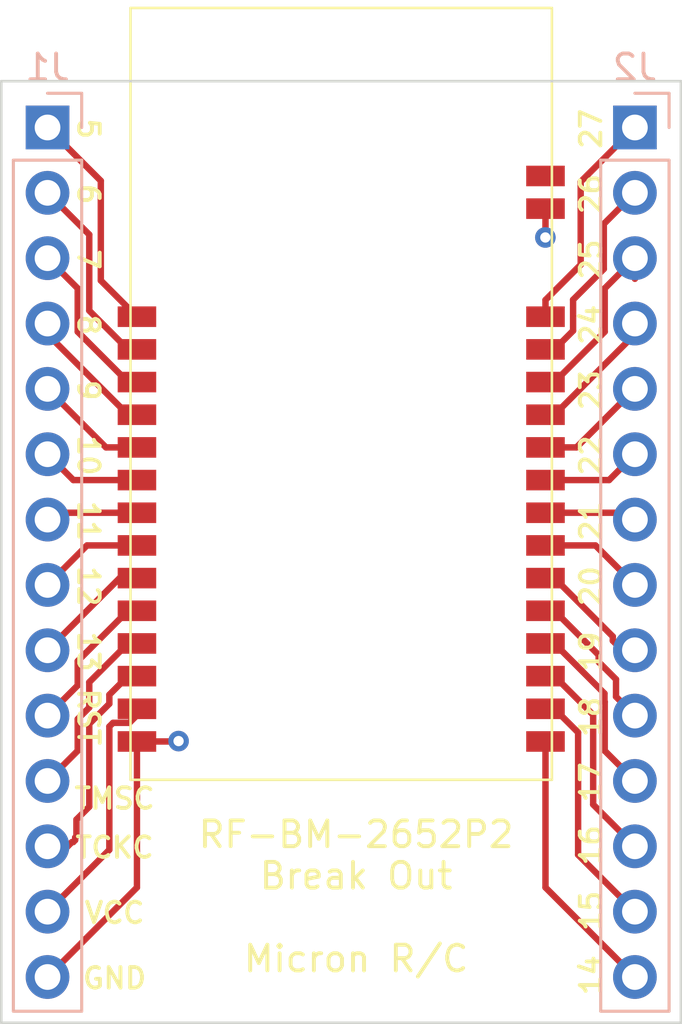
<source format=kicad_pcb>
(kicad_pcb (version 20210424) (generator pcbnew)
  (layers (0 "F.Cu" signal) (31 "B.Cu" signal) (34 "B.Paste" user) (35 "F.Paste" user) (36 "B.SilkS" user "B.Silkscreen") (37 "F.SilkS" user "F.Silkscreen") (38 "B.Mask" user) (39 "F.Mask" user) (44 "Edge.Cuts" user))
  (net 0 "")
  (net 1 "DIO_5")
  (net 2 "DIO_6")
  (net 3 "DIO_7")
  (net 4 "DIO_8")
  (net 5 "DIO_9")
  (net 6 "DIO_10")
  (net 7 "DIO_11")
  (net 8 "DIO_12")
  (net 9 "DIO_13")
  (net 10 "RESET_N")
  (net 11 "TMSC")
  (net 12 "TCKC")
  (net 13 "VCC")
  (net 14 "GND")
  (net 15 "DIO_27")
  (net 16 "DIO_26")
  (net 17 "DIO_25")
  (net 18 "DIO_24")
  (net 19 "DIO_23")
  (net 20 "DIO_22")
  (net 21 "DIO_21")
  (net 22 "DIO_20")
  (net 23 "DIO_19")
  (net 24 "DIO_18")
  (net 25 "DIO_17")
  (net 26 "DIO_16")
  (net 27 "DIO_15")
  (net 28 "DIO_14")
  (footprint "Micron:RF-BM-2652P2" (layer "F.Cu") (at 139.63 89.68)
    (fp_text reference "U1" hide)
    (fp_text value "RF-BM-2652P2" hide)
    (fp_line (start 8.2 15) (end 8.2 -15) (layer "F.SilkS") (width 0.1))
    (fp_line (start -8.2 15) (end -8.2 -15) (layer "F.SilkS") (width 0.1))
    (fp_line (start -8.2 15) (end 8.2 15) (layer "F.SilkS") (width 0.1))
    (fp_line (start -8.2 -15) (end 8.2 -15) (layer "F.SilkS") (width 0.1))
    (pad "1" smd rect (at -7.95 -3) (size 1.5 0.8) (layers "F.Cu" "F.Paste" "F.Mask") (net 1 "DIO_5"))
    (pad "2" smd rect (at -7.95 -1.73) (size 1.5 0.8) (layers "F.Cu" "F.Paste" "F.Mask") (net 2 "DIO_6"))
    (pad "3" smd rect (at -7.95 -0.46) (size 1.5 0.8) (layers "F.Cu" "F.Paste" "F.Mask") (net 3 "DIO_7"))
    (pad "4" smd rect (at -7.95 0.81) (size 1.5 0.8) (layers "F.Cu" "F.Paste" "F.Mask") (net 4 "DIO_8"))
    (pad "5" smd rect (at -7.95 2.08) (size 1.5 0.8) (layers "F.Cu" "F.Paste" "F.Mask") (net 5 "DIO_9"))
    (pad "6" smd rect (at -7.95 3.35) (size 1.5 0.8) (layers "F.Cu" "F.Paste" "F.Mask") (net 6 "DIO_10"))
    (pad "7" smd rect (at -7.95 4.62) (size 1.5 0.8) (layers "F.Cu" "F.Paste" "F.Mask") (net 7 "DIO_11"))
    (pad "8" smd rect (at -7.95 5.89) (size 1.5 0.8) (layers "F.Cu" "F.Paste" "F.Mask") (net 8 "DIO_12"))
    (pad "9" smd rect (at -7.95 7.16) (size 1.5 0.8) (layers "F.Cu" "F.Paste" "F.Mask") (net 9 "DIO_13"))
    (pad "10" smd rect (at -7.95 8.43) (size 1.5 0.8) (layers "F.Cu" "F.Paste" "F.Mask") (net 10 "RESET_N"))
    (pad "11" smd rect (at -7.95 9.7) (size 1.5 0.8) (layers "F.Cu" "F.Paste" "F.Mask") (net 11 "TMSC"))
    (pad "12" smd rect (at -7.95 10.97) (size 1.5 0.8) (layers "F.Cu" "F.Paste" "F.Mask") (net 12 "TCKC"))
    (pad "13" smd rect (at -7.95 12.24) (size 1.5 0.8) (layers "F.Cu" "F.Paste" "F.Mask") (net 13 "VCC"))
    (pad "14" smd rect (at -7.95 13.51) (size 1.5 0.8) (layers "F.Cu" "F.Paste" "F.Mask") (net 14 "GND"))
    (pad "15" smd rect (at 7.95 13.51) (size 1.5 0.8) (layers "F.Cu" "F.Paste" "F.Mask") (net 28 "DIO_14"))
    (pad "16" smd rect (at 7.95 12.24) (size 1.5 0.8) (layers "F.Cu" "F.Paste" "F.Mask") (net 27 "DIO_15"))
    (pad "17" smd rect (at 7.95 10.97) (size 1.5 0.8) (layers "F.Cu" "F.Paste" "F.Mask") (net 26 "DIO_16"))
    (pad "18" smd rect (at 7.95 9.7) (size 1.5 0.8) (layers "F.Cu" "F.Paste" "F.Mask") (net 25 "DIO_17"))
    (pad "19" smd rect (at 7.95 8.43) (size 1.5 0.8) (layers "F.Cu" "F.Paste" "F.Mask") (net 24 "DIO_18"))
    (pad "20" smd rect (at 7.95 7.16) (size 1.5 0.8) (layers "F.Cu" "F.Paste" "F.Mask") (net 23 "DIO_19"))
    (pad "21" smd rect (at 7.95 5.89) (size 1.5 0.8) (layers "F.Cu" "F.Paste" "F.Mask") (net 22 "DIO_20"))
    (pad "22" smd rect (at 7.95 4.62) (size 1.5 0.8) (layers "F.Cu" "F.Paste" "F.Mask") (net 21 "DIO_21"))
    (pad "23" smd rect (at 7.95 3.35) (size 1.5 0.8) (layers "F.Cu" "F.Paste" "F.Mask") (net 20 "DIO_22"))
    (pad "24" smd rect (at 7.95 2.08) (size 1.5 0.8) (layers "F.Cu" "F.Paste" "F.Mask") (net 19 "DIO_23"))
    (pad "25" smd rect (at 7.95 0.81) (size 1.5 0.8) (layers "F.Cu" "F.Paste" "F.Mask") (net 18 "DIO_24"))
    (pad "26" smd rect (at 7.95 -0.46) (size 1.5 0.8) (layers "F.Cu" "F.Paste" "F.Mask") (net 17 "DIO_25"))
    (pad "27" smd rect (at 7.95 -1.73) (size 1.5 0.8) (layers "F.Cu" "F.Paste" "F.Mask") (net 16 "DIO_26"))
    (pad "28" smd rect (at 7.95 -3) (size 1.5 0.8) (layers "F.Cu" "F.Paste" "F.Mask") (net 15 "DIO_27"))
    (pad "29" smd rect (at 7.95 -7.2) (size 1.5 0.8) (layers "F.Cu" "F.Paste" "F.Mask") (net 14 "GND"))
    (pad "30" smd rect (at 7.95 -8.47) (size 1.5 0.8) (layers "F.Cu" "F.Paste" "F.Mask"))
  )
  (footprint "Connector_PinHeader_2.54mm:PinHeader_1x14_P2.54mm_Vertical" (layer "B.Cu") (at 151.06 79.325 180)
    (fp_text reference "J2" (at 0 2.33) (layer "B.SilkS") (effects (justify mirror)))
    (fp_text value "Conn_01x14" hide)
    (fp_line (start -1.33 -34.35) (end 1.33 -34.35) (layer "B.SilkS") (width 0.12))
    (fp_line (start 1.33 -1.27) (end 1.33 -34.35) (layer "B.SilkS") (width 0.12))
    (fp_line (start -1.33 -1.27) (end -1.33 -34.35) (layer "B.SilkS") (width 0.12))
    (fp_line (start -1.33 -1.27) (end 1.33 -1.27) (layer "B.SilkS") (width 0.12))
    (fp_line (start -1.33 1.33) (end 0 1.33) (layer "B.SilkS") (width 0.12))
    (fp_line (start -1.33 0) (end -1.33 1.33) (layer "B.SilkS") (width 0.12))
    (pad "1" thru_hole rect locked (at 0 0 180) (size 1.7 1.7) (drill 1) (layers *.Cu *.Mask) (net 15 "DIO_27"))
    (pad "2" thru_hole oval locked (at 0 -2.54 180) (size 1.7 1.7) (drill 1) (layers *.Cu *.Mask) (net 16 "DIO_26"))
    (pad "3" thru_hole oval locked (at 0 -5.08 180) (size 1.7 1.7) (drill 1) (layers *.Cu *.Mask) (net 17 "DIO_25"))
    (pad "4" thru_hole oval locked (at 0 -7.62 180) (size 1.7 1.7) (drill 1) (layers *.Cu *.Mask) (net 18 "DIO_24"))
    (pad "5" thru_hole oval locked (at 0 -10.16 180) (size 1.7 1.7) (drill 1) (layers *.Cu *.Mask) (net 19 "DIO_23"))
    (pad "6" thru_hole oval locked (at 0 -12.7 180) (size 1.7 1.7) (drill 1) (layers *.Cu *.Mask) (net 20 "DIO_22"))
    (pad "7" thru_hole oval locked (at 0 -15.24 180) (size 1.7 1.7) (drill 1) (layers *.Cu *.Mask) (net 21 "DIO_21"))
    (pad "8" thru_hole oval locked (at 0 -17.78 180) (size 1.7 1.7) (drill 1) (layers *.Cu *.Mask) (net 22 "DIO_20"))
    (pad "9" thru_hole oval locked (at 0 -20.32 180) (size 1.7 1.7) (drill 1) (layers *.Cu *.Mask) (net 23 "DIO_19"))
    (pad "10" thru_hole oval locked (at 0 -22.86 180) (size 1.7 1.7) (drill 1) (layers *.Cu *.Mask) (net 24 "DIO_18"))
    (pad "11" thru_hole oval locked (at 0 -25.4 180) (size 1.7 1.7) (drill 1) (layers *.Cu *.Mask) (net 25 "DIO_17"))
    (pad "12" thru_hole oval locked (at 0 -27.94 180) (size 1.7 1.7) (drill 1) (layers *.Cu *.Mask) (net 26 "DIO_16"))
    (pad "13" thru_hole oval locked (at 0 -30.48 180) (size 1.7 1.7) (drill 1) (layers *.Cu *.Mask) (net 27 "DIO_15"))
    (pad "14" thru_hole oval locked (at 0 -33.02 180) (size 1.7 1.7) (drill 1) (layers *.Cu *.Mask) (net 28 "DIO_14"))
  )
  (footprint "Connector_PinHeader_2.54mm:PinHeader_1x14_P2.54mm_Vertical" (layer "B.Cu") (at 128.2 79.325 180)
    (fp_text reference "J1" (at 0 2.33) (layer "B.SilkS") (effects (justify mirror)))
    (fp_text value "Conn_01x14" hide)
    (fp_line (start -1.33 -34.35) (end 1.33 -34.35) (layer "B.SilkS") (width 0.12))
    (fp_line (start -1.33 -1.27) (end 1.33 -1.27) (layer "B.SilkS") (width 0.12))
    (fp_line (start -1.33 -1.27) (end -1.33 -34.35) (layer "B.SilkS") (width 0.12))
    (fp_line (start 1.33 -1.27) (end 1.33 -34.35) (layer "B.SilkS") (width 0.12))
    (fp_line (start -1.33 1.33) (end 0 1.33) (layer "B.SilkS") (width 0.12))
    (fp_line (start -1.33 0) (end -1.33 1.33) (layer "B.SilkS") (width 0.12))
    (pad "1" thru_hole rect locked (at 0 0 180) (size 1.7 1.7) (drill 1) (layers *.Cu *.Mask) (net 1 "DIO_5"))
    (pad "2" thru_hole oval locked (at 0 -2.54 180) (size 1.7 1.7) (drill 1) (layers *.Cu *.Mask) (net 2 "DIO_6"))
    (pad "3" thru_hole oval locked (at 0 -5.08 180) (size 1.7 1.7) (drill 1) (layers *.Cu *.Mask) (net 3 "DIO_7"))
    (pad "4" thru_hole oval locked (at 0 -7.62 180) (size 1.7 1.7) (drill 1) (layers *.Cu *.Mask) (net 4 "DIO_8"))
    (pad "5" thru_hole oval locked (at 0 -10.16 180) (size 1.7 1.7) (drill 1) (layers *.Cu *.Mask) (net 5 "DIO_9"))
    (pad "6" thru_hole oval locked (at 0 -12.7 180) (size 1.7 1.7) (drill 1) (layers *.Cu *.Mask) (net 6 "DIO_10"))
    (pad "7" thru_hole oval locked (at 0 -15.24 180) (size 1.7 1.7) (drill 1) (layers *.Cu *.Mask) (net 7 "DIO_11"))
    (pad "8" thru_hole oval locked (at 0 -17.78 180) (size 1.7 1.7) (drill 1) (layers *.Cu *.Mask) (net 8 "DIO_12"))
    (pad "9" thru_hole oval locked (at 0 -20.32 180) (size 1.7 1.7) (drill 1) (layers *.Cu *.Mask) (net 9 "DIO_13"))
    (pad "10" thru_hole oval locked (at 0 -22.86 180) (size 1.7 1.7) (drill 1) (layers *.Cu *.Mask) (net 10 "RESET_N"))
    (pad "11" thru_hole oval locked (at 0 -25.4 180) (size 1.7 1.7) (drill 1) (layers *.Cu *.Mask) (net 11 "TMSC"))
    (pad "12" thru_hole oval locked (at 0 -27.94 180) (size 1.7 1.7) (drill 1) (layers *.Cu *.Mask) (net 12 "TCKC"))
    (pad "13" thru_hole oval locked (at 0 -30.48 180) (size 1.7 1.7) (drill 1) (layers *.Cu *.Mask) (net 13 "VCC"))
    (pad "14" thru_hole oval locked (at 0 -33.02 180) (size 1.7 1.7) (drill 1) (layers *.Cu *.Mask) (net 14 "GND"))
  )
  (gr_line (start 126.4 77.525) (end 152.85 77.525) (layer "Edge.Cuts") (width 0.1))
  (gr_line (start 152.85 77.525) (end 152.85 114.125) (layer "Edge.Cuts") (width 0.1))
  (gr_line (start 152.85 114.125) (end 126.4 114.125) (layer "Edge.Cuts") (width 0.1))
  (gr_line (start 126.4 114.125) (end 126.4 77.525) (layer "Edge.Cuts") (width 0.1))
  (gr_text "11" (at 129.794 94.615 270) (layer "F.SilkS") (effects (font (size 0.8 0.8))))
  (gr_text "TMSC" (at 130.81 105.41) (layer "F.SilkS") (effects (font (size 0.8 0.8))))
  (gr_text "20" (at 149.352 97.155 90) (layer "F.SilkS") (effects (font (size 0.8 0.8))))
  (gr_text "25" (at 149.352 84.455 90) (layer "F.SilkS") (effects (font (size 0.8 0.8))))
  (gr_text "24" (at 149.352 86.995 90) (layer "F.SilkS") (effects (font (size 0.8 0.8))))
  (gr_text "23" (at 149.352 89.535 90) (layer "F.SilkS") (effects (font (size 0.8 0.8))))
  (gr_text "12" (at 129.794 97.155 270) (layer "F.SilkS") (effects (font (size 0.8 0.8))))
  (gr_text "8" (at 129.794 86.995 270) (layer "F.SilkS") (effects (font (size 0.8 0.8))))
  (gr_text "GND" (at 130.81 112.395) (layer "F.SilkS") (effects (font (size 0.8 0.8))))
  (gr_text "19" (at 149.352 99.695 90) (layer "F.SilkS") (effects (font (size 0.8 0.8))))
  (gr_text "14" (at 149.352 112.275 90) (layer "F.SilkS") (effects (font (size 0.8 0.8))))
  (gr_text "TCKC" (at 130.81 107.315) (layer "F.SilkS") (effects (font (size 0.8 0.8))))
  (gr_text "27" (at 149.352 79.375 90) (layer "F.SilkS") (effects (font (size 0.8 0.8))))
  (gr_text "22" (at 149.352 92.075 90) (layer "F.SilkS") (effects (font (size 0.8 0.8))))
  (gr_text "13" (at 129.794 99.695 270) (layer "F.SilkS") (effects (font (size 0.8 0.8))))
  (gr_text "10" (at 129.794 92.075 270) (layer "F.SilkS") (effects (font (size 0.8 0.8))))
  (gr_text "VCC" (at 130.81 109.855) (layer "F.SilkS") (effects (font (size 0.8 0.8))))
  (gr_text "9" (at 129.794 89.535 270) (layer "F.SilkS") (effects (font (size 0.8 0.8))))
  (gr_text "26" (at 149.352 81.915 90) (layer "F.SilkS") (effects (font (size 0.8 0.8))))
  (gr_text "18" (at 149.352 102.235 90) (layer "F.SilkS") (effects (font (size 0.8 0.8))))
  (gr_text "RST" (at 129.794 102.235 270) (layer "F.SilkS") (effects (font (size 0.8 0.8))))
  (gr_text "15" (at 149.352 109.775 90) (layer "F.SilkS") (effects (font (size 0.8 0.8))))
  (gr_text "17" (at 149.352 104.775 90) (layer "F.SilkS") (effects (font (size 0.8 0.8))))
  (gr_text "5" (at 129.794 79.375 270) (layer "F.SilkS") (effects (font (size 0.8 0.8))))
  (gr_text "21" (at 149.352 94.615 90) (layer "F.SilkS") (effects (font (size 0.8 0.8))))
  (gr_text "6" (at 129.794 81.915 270) (layer "F.SilkS") (effects (font (size 0.8 0.8))))
  (gr_text "16" (at 149.352 107.225 90) (layer "F.SilkS") (effects (font (size 0.8 0.8))))
  (gr_text "7" (at 129.794 84.455 270) (layer "F.SilkS") (effects (font (size 0.8 0.8))))
  (gr_text "RF-BM-2652P2\nBreak Out\n\nMicron R/C" (at 140.208 109.22) (layer "F.SilkS") (effects (font (size 1 1))))
  (segment (start 131.68 86.68) (end 130.273551 85.273551) (width 0.25) (layer "F.Cu") (net 1))
  (segment (start 130.273551 85.273551) (end 130.273551 81.398551) (width 0.25) (layer "F.Cu") (net 1))
  (segment (start 130.273551 81.398551) (end 128.2 79.325) (width 0.25) (layer "F.Cu") (net 1))
  (segment (start 129.824031 83.489031) (end 128.2 81.865) (width 0.25) (layer "F.Cu") (net 2))
  (segment (start 131.33 87.95) (end 129.824031 86.444031) (width 0.25) (layer "F.Cu") (net 2))
  (segment (start 131.68 87.95) (end 131.33 87.95) (width 0.25) (layer "F.Cu") (net 2))
  (segment (start 129.824031 86.444031) (end 129.824031 83.489031) (width 0.25) (layer "F.Cu") (net 2))
  (segment (start 129.374511 85.579511) (end 128.2 84.405) (width 0.25) (layer "F.Cu") (net 3))
  (segment (start 129.374511 87.264511) (end 129.374511 85.579511) (width 0.25) (layer "F.Cu") (net 3))
  (segment (start 131.33 89.22) (end 129.374511 87.264511) (width 0.25) (layer "F.Cu") (net 3))
  (segment (start 131.68 89.22) (end 131.33 89.22) (width 0.25) (layer "F.Cu") (net 3))
  (segment (start 131.33 90.49) (end 128.2 87.36) (width 0.25) (layer "F.Cu") (net 4))
  (segment (start 128.2 87.36) (end 128.2 86.945) (width 0.25) (layer "F.Cu") (net 4))
  (segment (start 131.68 90.49) (end 131.33 90.49) (width 0.25) (layer "F.Cu") (net 4))
  (segment (start 131.68 91.76) (end 130.475 91.76) (width 0.25) (layer "F.Cu") (net 5))
  (segment (start 130.475 91.76) (end 128.2 89.485) (width 0.25) (layer "F.Cu") (net 5))
  (segment (start 129.205 93.03) (end 128.2 92.025) (width 0.25) (layer "F.Cu") (net 6))
  (segment (start 131.68 93.03) (end 129.205 93.03) (width 0.25) (layer "F.Cu") (net 6))
  (segment (start 131.68 94.3) (end 128.465 94.3) (width 0.25) (layer "F.Cu") (net 7))
  (segment (start 128.465 94.3) (end 128.2 94.565) (width 0.25) (layer "F.Cu") (net 7))
  (segment (start 129.735 95.57) (end 128.2 97.105) (width 0.25) (layer "F.Cu") (net 8))
  (segment (start 131.68 95.57) (end 129.735 95.57) (width 0.25) (layer "F.Cu") (net 8))
  (segment (start 131.68 96.84) (end 131.005 96.84) (width 0.25) (layer "F.Cu") (net 9))
  (segment (start 131.005 96.84) (end 128.2 99.645) (width 0.25) (layer "F.Cu") (net 9))
  (segment (start 129.374511 101.010489) (end 128.2 102.185) (width 0.25) (layer "F.Cu") (net 10))
  (segment (start 131.68 98.11) (end 131.33 98.11) (width 0.25) (layer "F.Cu") (net 10))
  (segment (start 129.374511 100.065489) (end 129.374511 101.010489) (width 0.25) (layer "F.Cu") (net 10))
  (segment (start 131.33 98.11) (end 129.374511 100.065489) (width 0.25) (layer "F.Cu") (net 10))
  (segment (start 129.824031 100.885969) (end 129.824031 101.870264) (width 0.25) (layer "F.Cu") (net 11))
  (segment (start 131.68 99.38) (end 131.33 99.38) (width 0.25) (layer "F.Cu") (net 11))
  (segment (start 129.374508 103.550492) (end 128.2 104.725) (width 0.25) (layer "F.Cu") (net 11))
  (segment (start 129.374511 102.319784) (end 129.374508 103.550492) (width 0.25) (layer "F.Cu") (net 11))
  (segment (start 131.33 99.38) (end 129.824031 100.885969) (width 0.25) (layer "F.Cu") (net 11))
  (segment (start 129.824031 101.870264) (end 129.374511 102.319784) (width 0.25) (layer "F.Cu") (net 11))
  (segment (start 129.824022 102.505978) (end 129.824014 105.725986) (width 0.25) (layer "F.Cu") (net 12))
  (segment (start 129.325 106.225) (end 129.325 106.875) (width 0.25) (layer "F.Cu") (net 12))
  (segment (start 130.605489 101.374511) (end 130.605489 101.724511) (width 0.25) (layer "F.Cu") (net 12))
  (segment (start 130.605489 101.724511) (end 129.824022 102.505978) (width 0.25) (layer "F.Cu") (net 12))
  (segment (start 128.985 107.265) (end 128.2 107.265) (width 0.25) (layer "F.Cu") (net 12))
  (segment (start 129.325 106.875) (end 129.275 106.925) (width 0.25) (layer "F.Cu") (net 12))
  (segment (start 131.68 100.65) (end 131.33 100.65) (width 0.25) (layer "F.Cu") (net 12))
  (segment (start 129.15 107.1) (end 128.985 107.265) (width 0.25) (layer "F.Cu") (net 12))
  (segment (start 129.2 107.1) (end 129.15 107.1) (width 0.25) (layer "F.Cu") (net 12))
  (segment (start 129.275 106.925) (end 129.275 107.025) (width 0.25) (layer "F.Cu") (net 12))
  (segment (start 129.275 107.025) (end 129.2 107.1) (width 0.25) (layer "F.Cu") (net 12))
  (segment (start 131.33 100.65) (end 130.605489 101.374511) (width 0.25) (layer "F.Cu") (net 12))
  (segment (start 129.824014 105.725986) (end 129.325 106.225) (width 0.25) (layer "F.Cu") (net 12))
  (segment (start 130.605489 107.399511) (end 128.2 109.805) (width 0.25) (layer "F.Cu") (net 13))
  (segment (start 130.75 102.465489) (end 130.605489 102.61) (width 0.25) (layer "F.Cu") (net 13))
  (segment (start 131.68 102.17) (end 131.384511 102.465489) (width 0.25) (layer "F.Cu") (net 13))
  (segment (start 131.68 101.92) (end 131.68 102.17) (width 0.25) (layer "F.Cu") (net 13))
  (segment (start 131.384511 102.465489) (end 130.75 102.465489) (width 0.25) (layer "F.Cu") (net 13))
  (segment (start 130.605489 102.61) (end 130.605489 107.399511) (width 0.25) (layer "F.Cu") (net 13))
  (segment (start 147.58 82.48) (end 147.58 83.595) (width 0.25) (layer "F.Cu") (net 14))
  (segment (start 133.285 103.19) (end 133.3 103.175) (width 0.25) (layer "F.Cu") (net 14))
  (segment (start 131.68 108.865) (end 128.2 112.345) (width 0.25) (layer "F.Cu") (net 14))
  (segment (start 131.68 103.19) (end 133.285 103.19) (width 0.25) (layer "F.Cu") (net 14))
  (segment (start 131.68 103.19) (end 131.68 108.865) (width 0.25) (layer "F.Cu") (net 14))
  (segment (start 147.58 83.595) (end 147.575 83.6) (width 0.25) (layer "F.Cu") (net 14))
  (via (at 147.575 83.6) (size 0.8) (drill 0.4) (layers "F.Cu" "B.Cu") (net 14))
  (via (at 133.3 103.175) (size 0.8) (drill 0.4) (layers "F.Cu" "B.Cu") (net 14))
  (segment (start 148.950489 81.434511) (end 151.06 79.325) (width 0.25) (layer "F.Cu") (net 15))
  (segment (start 147.58 86.68) (end 147.58 86.03) (width 0.25) (layer "F.Cu") (net 15))
  (segment (start 147.58 86.03) (end 148.950489 84.659511) (width 0.25) (layer "F.Cu") (net 15))
  (segment (start 148.950489 84.659511) (end 148.950489 81.434511) (width 0.25) (layer "F.Cu") (net 15))
  (segment (start 148.654511 87.225489) (end 148.654511 86.020391) (width 0.25) (layer "F.Cu") (net 16))
  (segment (start 149.85 83.075) (end 151.06 81.865) (width 0.25) (layer "F.Cu") (net 16))
  (segment (start 149.85 84.824902) (end 149.85 83.075) (width 0.25) (layer "F.Cu") (net 16))
  (segment (start 147.93 87.95) (end 148.654511 87.225489) (width 0.25) (layer "F.Cu") (net 16))
  (segment (start 147.58 87.95) (end 147.93 87.95) (width 0.25) (layer "F.Cu") (net 16))
  (segment (start 148.654511 86.020391) (end 149.85 84.824902) (width 0.25) (layer "F.Cu") (net 16))
  (segment (start 149.885489 87.264511) (end 149.885489 85.579511) (width 0.25) (layer "F.Cu") (net 17))
  (segment (start 147.93 89.22) (end 149.885489 87.264511) (width 0.25) (layer "F.Cu") (net 17))
  (segment (start 149.885489 85.579511) (end 151.06 84.405) (width 0.25) (layer "F.Cu") (net 17))
  (segment (start 147.58 89.22) (end 147.93 89.22) (width 0.25) (layer "F.Cu") (net 17))
  (segment (start 151.06 85.206723) (end 151.06 84.405) (width 0.25) (layer "F.Cu") (net 17))
  (segment (start 147.58 90.49) (end 147.93 90.49) (width 0.25) (layer "F.Cu") (net 18))
  (segment (start 151.06 87.36) (end 151.06 86.945) (width 0.25) (layer "F.Cu") (net 18))
  (segment (start 147.93 90.49) (end 151.06 87.36) (width 0.25) (layer "F.Cu") (net 18))
  (segment (start 147.58 91.76) (end 148.785 91.76) (width 0.25) (layer "F.Cu") (net 19))
  (segment (start 148.785 91.76) (end 151.06 89.485) (width 0.25) (layer "F.Cu") (net 19))
  (segment (start 147.58 93.03) (end 150.055 93.03) (width 0.25) (layer "F.Cu") (net 20))
  (segment (start 150.055 93.03) (end 151.06 92.025) (width 0.25) (layer "F.Cu") (net 20))
  (segment (start 147.58 94.3) (end 150.795 94.3) (width 0.25) (layer "F.Cu") (net 21))
  (segment (start 150.795 94.3) (end 151.06 94.565) (width 0.25) (layer "F.Cu") (net 21))
  (segment (start 149.525 95.57) (end 151.06 97.105) (width 0.25) (layer "F.Cu") (net 22))
  (segment (start 147.58 95.57) (end 149.525 95.57) (width 0.25) (layer "F.Cu") (net 22))
  (segment (start 147.58 96.84) (end 147.93 96.84) (width 0.25) (layer "F.Cu") (net 23))
  (segment (start 150.2 99.275) (end 150.57 99.645) (width 0.25) (layer "F.Cu") (net 23))
  (segment (start 150.57 99.645) (end 151.06 99.645) (width 0.25) (layer "F.Cu") (net 23))
  (segment (start 150.2 99.11) (end 150.2 99.275) (width 0.25) (layer "F.Cu") (net 23))
  (segment (start 147.93 96.84) (end 150.2 99.11) (width 0.25) (layer "F.Cu") (net 23))
  (segment (start 150.325 100.775) (end 150.325 101.45) (width 0.25) (layer "F.Cu") (net 24))
  (segment (start 149.65 100.1) (end 150.325 100.775) (width 0.25) (layer "F.Cu") (net 24))
  (segment (start 147.93 98.11) (end 149.65 99.83) (width 0.25) (layer "F.Cu") (net 24))
  (segment (start 149.65 99.83) (end 149.65 100.1) (width 0.25) (layer "F.Cu") (net 24))
  (segment (start 150.325 101.45) (end 151.06 102.185) (width 0.25) (layer "F.Cu") (net 24))
  (segment (start 147.58 98.11) (end 147.93 98.11) (width 0.25) (layer "F.Cu") (net 24))
  (segment (start 149.885489 101.646193) (end 149.885489 103.550489) (width 0.25) (layer "F.Cu") (net 25))
  (segment (start 147.58 99.38) (end 147.93 99.38) (width 0.25) (layer "F.Cu") (net 25))
  (segment (start 149.885489 103.550489) (end 151.06 104.725) (width 0.25) (layer "F.Cu") (net 25))
  (segment (start 149.87549 101.636194) (end 149.885489 101.646193) (width 0.25) (layer "F.Cu") (net 25))
  (segment (start 149.87549 101.32549) (end 149.87549 101.636194) (width 0.25) (layer "F.Cu") (net 25))
  (segment (start 147.93 99.38) (end 149.87549 101.32549) (width 0.25) (layer "F.Cu") (net 25))
  (segment (start 147.58 100.65) (end 147.93 100.65) (width 0.25) (layer "F.Cu") (net 26))
  (segment (start 149.435978 105.640978) (end 151.06 107.265) (width 0.25) (layer "F.Cu") (net 26))
  (segment (start 147.93 100.65) (end 149.435978 102.155978) (width 0.25) (layer "F.Cu") (net 26))
  (segment (start 149.435978 102.155978) (end 149.435978 105.640978) (width 0.25) (layer "F.Cu") (net 26))
  (segment (start 147.93 101.92) (end 148.85 102.84) (width 0.25) (layer "F.Cu") (net 27))
  (segment (start 147.58 101.92) (end 147.93 101.92) (width 0.25) (layer "F.Cu") (net 27))
  (segment (start 148.85 102.84) (end 148.85 107.595) (width 0.25) (layer "F.Cu") (net 27))
  (segment (start 148.85 107.595) (end 151.06 109.805) (width 0.25) (layer "F.Cu") (net 27))
  (segment (start 147.58 103.19) (end 147.58 108.865) (width 0.25) (layer "F.Cu") (net 28))
  (segment (start 147.58 108.865) (end 151.06 112.345) (width 0.25) (layer "F.Cu") (net 28))
)
</source>
